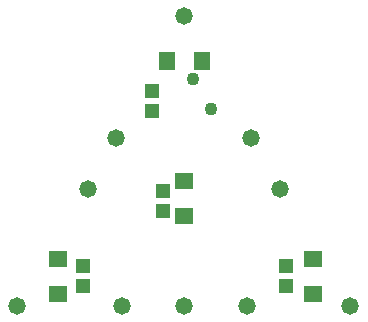
<source format=gts>
G75*
%MOIN*%
%OFA0B0*%
%FSLAX25Y25*%
%IPPOS*%
%LPD*%
%AMOC8*
5,1,8,0,0,1.08239X$1,22.5*
%
%ADD10C,0.05800*%
%ADD11R,0.06312X0.05524*%
%ADD12R,0.05524X0.06312*%
%ADD13R,0.04737X0.05131*%
%ADD14C,0.04343*%
D10*
X0029661Y0039433D03*
X0064661Y0039433D03*
X0085161Y0039433D03*
X0106161Y0039433D03*
X0140661Y0039433D03*
X0117161Y0078433D03*
X0107661Y0095433D03*
X0062661Y0095433D03*
X0053161Y0078433D03*
X0085161Y0135933D03*
D11*
X0085161Y0081089D03*
X0085161Y0069278D03*
X0043161Y0055089D03*
X0043161Y0043278D03*
X0128161Y0043278D03*
X0128161Y0055089D03*
D12*
X0091317Y0120933D03*
X0079506Y0120933D03*
D13*
X0074661Y0111030D03*
X0074661Y0104337D03*
X0078161Y0077530D03*
X0078161Y0070837D03*
X0051661Y0052530D03*
X0051661Y0045837D03*
X0119161Y0045837D03*
X0119161Y0052530D03*
D14*
X0094114Y0104819D03*
X0088208Y0115047D03*
M02*

</source>
